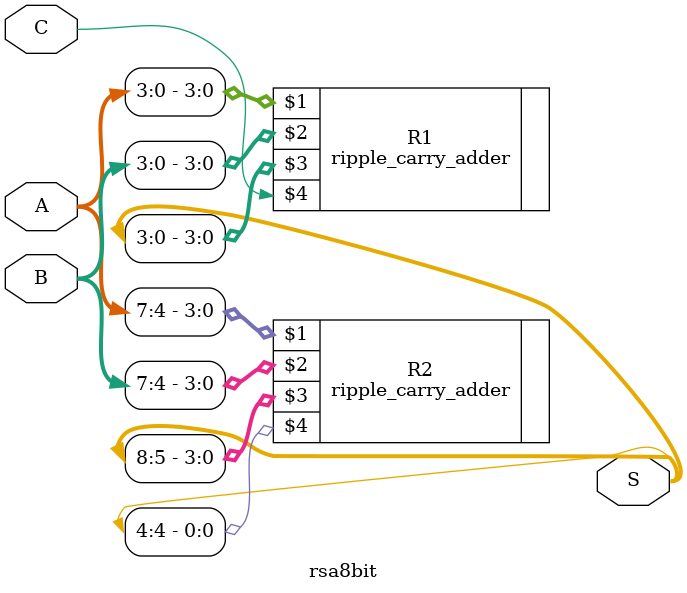
<source format=v>
`timescale 1ns / 1ps


module rsa8bit(A,B,C,S);
input [7:0] A,B;
input C;
output [8:0] S;

ripple_carry_adder R1(A[3:0],B[3:0],S[3:0],C);
ripple_carry_adder R2(A[7:4],B[7:4],S[8:5],S[4]);
endmodule

</source>
